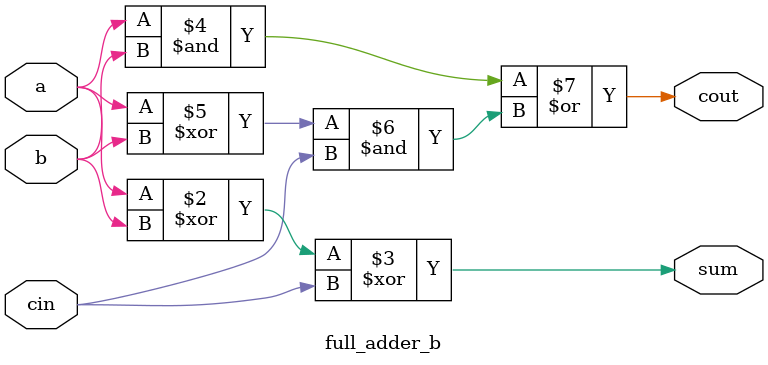
<source format=v>
module full_adder_b(
    input a,
    input b,
    input cin,
    output reg sum,
    output reg cout
    );
    
    always @ (a, b, cin) begin
        sum = a ^ b ^ cin;
        cout = a&b | (a^b) & cin;
    end
        
endmodule

</source>
